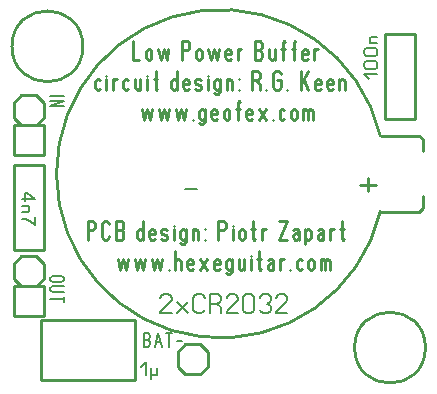
<source format=gbr>
%FSLAX34Y34*%
%MOMM*%
%LNSILK_TOP*%
G71*
G01*
%ADD10C,0.260*%
%ADD11C,0.200*%
%ADD12C,0.278*%
%ADD13C,0.206*%
%ADD14C,0.286*%
%LPD*%
G54D10*
G75*
G01X336822Y-140773D02*
G03X336822Y-204727I-135272J-31977D01*
G01*
G54D10*
X337550Y-140750D02*
X369550Y-140750D01*
X372550Y-143750D01*
X372550Y-153750D01*
G54D10*
X337550Y-204750D02*
X369550Y-204750D01*
X372550Y-201750D01*
X372550Y-191750D01*
G54D11*
X160150Y-290750D02*
X150550Y-290750D01*
X150550Y-289750D01*
X151750Y-287750D01*
X158950Y-281750D01*
X160150Y-279750D01*
X160150Y-277750D01*
X158950Y-275750D01*
X156550Y-274750D01*
X154150Y-274750D01*
X151750Y-275750D01*
X150550Y-277750D01*
G54D11*
X164550Y-281750D02*
X174150Y-290750D01*
G54D11*
X164550Y-290750D02*
X174150Y-281750D01*
G54D11*
X188150Y-287750D02*
X186950Y-289750D01*
X184550Y-290750D01*
X182150Y-290750D01*
X179750Y-289750D01*
X178550Y-287750D01*
X178550Y-277750D01*
X179750Y-275750D01*
X182150Y-274750D01*
X184550Y-274750D01*
X186950Y-275750D01*
X188150Y-277750D01*
G54D11*
X197350Y-282750D02*
X200950Y-284750D01*
X202150Y-286750D01*
X202150Y-290750D01*
G54D11*
X192550Y-290750D02*
X192550Y-274750D01*
X198550Y-274750D01*
X200950Y-275750D01*
X202150Y-277750D01*
X202150Y-279750D01*
X200950Y-281750D01*
X198550Y-282750D01*
X192550Y-282750D01*
G54D11*
X216150Y-290750D02*
X206550Y-290750D01*
X206550Y-289750D01*
X207750Y-287750D01*
X214950Y-281750D01*
X216150Y-279750D01*
X216150Y-277750D01*
X214950Y-275750D01*
X212550Y-274750D01*
X210150Y-274750D01*
X207750Y-275750D01*
X206550Y-277750D01*
G54D11*
X230150Y-277750D02*
X230150Y-287750D01*
X228950Y-289750D01*
X226550Y-290750D01*
X224150Y-290750D01*
X221750Y-289750D01*
X220550Y-287750D01*
X220550Y-277750D01*
X221750Y-275750D01*
X224150Y-274750D01*
X226550Y-274750D01*
X228950Y-275750D01*
X230150Y-277750D01*
G54D11*
X234550Y-277750D02*
X235750Y-275750D01*
X238150Y-274750D01*
X240550Y-274750D01*
X242950Y-275750D01*
X244150Y-277750D01*
X244150Y-279750D01*
X242950Y-281750D01*
X240550Y-282750D01*
X242950Y-283750D01*
X244150Y-285750D01*
X244150Y-287750D01*
X242950Y-289750D01*
X240550Y-290750D01*
X238150Y-290750D01*
X235750Y-289750D01*
X234550Y-287750D01*
G54D11*
X258150Y-290750D02*
X248550Y-290750D01*
X248550Y-289750D01*
X249750Y-287750D01*
X256950Y-281750D01*
X258150Y-279750D01*
X258150Y-277750D01*
X256950Y-275750D01*
X254550Y-274750D01*
X252150Y-274750D01*
X249750Y-275750D01*
X248550Y-277750D01*
G54D12*
X319550Y-182028D02*
X332883Y-182028D01*
G54D12*
X326217Y-176472D02*
X326217Y-187583D01*
G54D11*
X171550Y-185750D02*
X181150Y-185750D01*
G54D10*
X366075Y-54525D02*
X340675Y-54525D01*
X340675Y-126125D01*
X366075Y-126125D01*
X366075Y-54525D01*
G54D13*
X327108Y-92267D02*
X322775Y-87934D01*
X334330Y-87934D01*
G54D13*
X324942Y-76957D02*
X332164Y-76957D01*
X333608Y-77823D01*
X334330Y-79557D01*
X334330Y-81290D01*
X333608Y-83023D01*
X332164Y-83890D01*
X324942Y-83890D01*
X323497Y-83023D01*
X322775Y-81290D01*
X322775Y-79557D01*
X323497Y-77823D01*
X324942Y-76957D01*
G54D13*
X324942Y-65980D02*
X332164Y-65980D01*
X333608Y-66846D01*
X334330Y-68580D01*
X334330Y-70313D01*
X333608Y-72046D01*
X332164Y-72913D01*
X324942Y-72913D01*
X323497Y-72046D01*
X322775Y-70313D01*
X322775Y-68580D01*
X323497Y-66846D01*
X324942Y-65980D01*
G54D13*
X334330Y-61936D02*
X327830Y-61936D01*
G54D13*
X329275Y-61936D02*
X328264Y-61069D01*
X327830Y-59336D01*
X328264Y-57603D01*
X329275Y-56736D01*
X334330Y-56736D01*
G54D10*
X49283Y-346980D02*
X49283Y-296980D01*
X129283Y-296980D01*
X129283Y-346980D01*
X49283Y-346980D01*
G54D13*
X134008Y-336233D02*
X138341Y-331899D01*
X138341Y-343455D01*
G54D13*
X142385Y-336955D02*
X142385Y-346344D01*
G54D13*
X147585Y-336955D02*
X147585Y-343455D01*
G54D13*
X147585Y-342011D02*
X146718Y-343166D01*
X144985Y-343455D01*
X143252Y-343166D01*
X142385Y-342010D01*
X142385Y-336955D01*
G54D10*
X26350Y-237250D02*
X51750Y-237250D01*
X51750Y-165650D01*
X26350Y-165650D01*
X26350Y-237250D01*
G54D13*
X33023Y-194320D02*
X44579Y-194320D01*
X37356Y-189120D01*
X35912Y-189120D01*
X35912Y-196053D01*
G54D13*
X33023Y-200097D02*
X39523Y-200097D01*
G54D13*
X38079Y-200097D02*
X39090Y-200963D01*
X39523Y-202697D01*
X39090Y-204430D01*
X38079Y-205297D01*
X33023Y-205297D01*
G54D13*
X44579Y-209341D02*
X44579Y-216274D01*
X43134Y-215407D01*
X40968Y-213674D01*
X38079Y-211941D01*
X35912Y-211074D01*
X33023Y-211074D01*
G54D10*
X32650Y-157000D02*
X26350Y-157050D01*
X26350Y-137900D01*
X26300Y-131600D01*
X51800Y-131600D01*
X51750Y-137900D01*
X51750Y-157050D01*
X45450Y-157000D01*
X32650Y-157000D01*
G54D10*
X32650Y-131600D02*
X26350Y-125300D01*
X26350Y-112500D01*
X32650Y-106200D01*
X45450Y-106200D01*
X51750Y-112500D01*
X51750Y-125300D01*
X45450Y-131600D01*
X32650Y-131600D01*
G54D10*
G75*
G01X84875Y-64925D02*
G03X84875Y-64925I-30000J0D01*
G01*
G54D10*
G75*
G01X374950Y-320000D02*
G03X374950Y-320000I-30000J0D01*
G01*
G54D10*
X32650Y-293525D02*
X26350Y-293575D01*
X26350Y-274425D01*
X26300Y-268125D01*
X51800Y-268125D01*
X51750Y-274425D01*
X51750Y-293575D01*
X45450Y-293525D01*
X32650Y-293525D01*
G54D10*
X32650Y-268125D02*
X26350Y-261825D01*
X26350Y-249025D01*
X32650Y-242725D01*
X45450Y-242725D01*
X51750Y-249025D01*
X51750Y-261825D01*
X45450Y-268125D01*
X32650Y-268125D01*
G54D13*
X66539Y-264127D02*
X59317Y-264127D01*
X57872Y-263549D01*
X57150Y-262394D01*
X57150Y-261238D01*
X57872Y-260083D01*
X59317Y-259505D01*
X66539Y-259505D01*
X67983Y-260083D01*
X68706Y-261238D01*
X68706Y-262394D01*
X67983Y-263549D01*
X66539Y-264127D01*
G54D13*
X68706Y-268171D02*
X59317Y-268171D01*
X57872Y-268749D01*
X57150Y-269904D01*
X57150Y-271060D01*
X57872Y-272215D01*
X59317Y-272793D01*
X68706Y-272793D01*
G54D13*
X57150Y-279148D02*
X68706Y-279148D01*
G54D13*
X68706Y-276837D02*
X68706Y-281459D01*
G54D13*
X57150Y-107105D02*
X68706Y-107105D01*
G54D13*
X57150Y-111149D02*
X68706Y-111149D01*
X57150Y-115771D01*
X68706Y-115771D01*
G54D14*
X127000Y-60200D02*
X127000Y-76200D01*
X132600Y-76200D01*
G54D14*
X143000Y-73800D02*
X143000Y-69800D01*
X142200Y-67800D01*
X140600Y-67200D01*
X139000Y-67800D01*
X138200Y-69800D01*
X138200Y-73800D01*
X139000Y-75800D01*
X140600Y-76200D01*
X142200Y-75800D01*
X143000Y-73800D01*
G54D14*
X148600Y-67200D02*
X151000Y-76200D01*
X153400Y-67200D01*
X155800Y-76200D01*
X157400Y-67200D01*
G54D14*
X168760Y-76200D02*
X168760Y-60200D01*
X172760Y-60200D01*
X174360Y-61200D01*
X175160Y-63200D01*
X175160Y-65200D01*
X174360Y-67200D01*
X172760Y-68200D01*
X168760Y-68200D01*
G54D14*
X185560Y-73800D02*
X185560Y-69800D01*
X184760Y-67800D01*
X183160Y-67200D01*
X181560Y-67800D01*
X180760Y-69800D01*
X180760Y-73800D01*
X181560Y-75800D01*
X183160Y-76200D01*
X184760Y-75800D01*
X185560Y-73800D01*
G54D14*
X191160Y-67200D02*
X193560Y-76200D01*
X195960Y-67200D01*
X198360Y-76200D01*
X199960Y-67200D01*
G54D14*
X210360Y-75200D02*
X209080Y-76200D01*
X207480Y-76200D01*
X205880Y-75200D01*
X205560Y-73200D01*
X205560Y-69800D01*
X206360Y-67800D01*
X207960Y-67200D01*
X209560Y-67800D01*
X210360Y-69200D01*
X210360Y-71200D01*
X205560Y-71200D01*
G54D14*
X215960Y-76200D02*
X215960Y-67200D01*
G54D14*
X215960Y-69200D02*
X217560Y-67200D01*
X219160Y-67200D01*
G54D14*
X230520Y-76200D02*
X230520Y-60200D01*
X234520Y-60200D01*
X236120Y-61200D01*
X236920Y-63200D01*
X236920Y-65200D01*
X236120Y-67200D01*
X234520Y-68200D01*
X236120Y-69200D01*
X236920Y-71200D01*
X236920Y-73200D01*
X236120Y-75200D01*
X234520Y-76200D01*
X230520Y-76200D01*
G54D14*
X230520Y-68200D02*
X234520Y-68200D01*
G54D14*
X247320Y-67200D02*
X247320Y-76200D01*
G54D14*
X247320Y-74200D02*
X246520Y-75800D01*
X244920Y-76200D01*
X243320Y-75800D01*
X242520Y-74200D01*
X242520Y-67200D01*
G54D14*
X254520Y-76200D02*
X254520Y-61200D01*
X255320Y-60200D01*
X256120Y-60800D01*
G54D14*
X252920Y-67200D02*
X256120Y-67200D01*
G54D14*
X263320Y-76200D02*
X263320Y-61200D01*
X264120Y-60200D01*
X264920Y-60800D01*
G54D14*
X261720Y-67200D02*
X264920Y-67200D01*
G54D14*
X275320Y-75200D02*
X274040Y-76200D01*
X272440Y-76200D01*
X270840Y-75200D01*
X270520Y-73200D01*
X270520Y-69800D01*
X271320Y-67800D01*
X272920Y-67200D01*
X274520Y-67800D01*
X275320Y-69200D01*
X275320Y-71200D01*
X270520Y-71200D01*
G54D14*
X280920Y-76200D02*
X280920Y-67200D01*
G54D14*
X280920Y-69200D02*
X282520Y-67200D01*
X284120Y-67200D01*
G54D14*
X99250Y-93200D02*
X97650Y-92600D01*
X96050Y-93200D01*
X95250Y-95200D01*
X95250Y-99200D01*
X96050Y-101200D01*
X97650Y-101600D01*
X99250Y-101200D01*
G54D14*
X104850Y-101600D02*
X104850Y-92600D01*
G54D14*
X104850Y-89600D02*
X104850Y-89600D01*
G54D14*
X110450Y-101600D02*
X110450Y-92600D01*
G54D14*
X110450Y-94600D02*
X112050Y-92600D01*
X113650Y-92600D01*
G54D14*
X123250Y-93200D02*
X121650Y-92600D01*
X120050Y-93200D01*
X119250Y-95200D01*
X119250Y-99200D01*
X120050Y-101200D01*
X121650Y-101600D01*
X123250Y-101200D01*
G54D14*
X133650Y-92600D02*
X133650Y-101600D01*
G54D14*
X133650Y-99600D02*
X132850Y-101200D01*
X131250Y-101600D01*
X129650Y-101200D01*
X128850Y-99600D01*
X128850Y-92600D01*
G54D14*
X139250Y-101600D02*
X139250Y-92600D01*
G54D14*
X139250Y-89600D02*
X139250Y-89600D01*
G54D14*
X146450Y-85600D02*
X146450Y-100600D01*
X147250Y-101600D01*
X148050Y-101200D01*
G54D14*
X144850Y-92600D02*
X148050Y-92600D01*
G54D14*
X164210Y-101600D02*
X164210Y-85600D01*
G54D14*
X164210Y-95200D02*
X163410Y-93200D01*
X161810Y-92600D01*
X160210Y-93200D01*
X159410Y-95200D01*
X159410Y-99200D01*
X160210Y-101200D01*
X161810Y-101600D01*
X163410Y-101200D01*
X164210Y-99200D01*
G54D14*
X174610Y-100600D02*
X173330Y-101600D01*
X171730Y-101600D01*
X170130Y-100600D01*
X169810Y-98600D01*
X169810Y-95200D01*
X170610Y-93200D01*
X172210Y-92600D01*
X173810Y-93200D01*
X174610Y-94600D01*
X174610Y-96600D01*
X169810Y-96600D01*
G54D14*
X180210Y-100600D02*
X181810Y-101600D01*
X183410Y-101600D01*
X185010Y-100600D01*
X185010Y-98600D01*
X184210Y-97600D01*
X181010Y-96600D01*
X180210Y-95600D01*
X180210Y-93600D01*
X181810Y-92600D01*
X183410Y-92600D01*
X185010Y-93600D01*
G54D14*
X190610Y-101600D02*
X190610Y-92600D01*
G54D14*
X190610Y-89600D02*
X190610Y-89600D01*
G54D14*
X196210Y-104600D02*
X197810Y-105600D01*
X198930Y-105600D01*
X200530Y-104600D01*
X201010Y-102600D01*
X201010Y-92600D01*
G54D14*
X201010Y-95200D02*
X200210Y-93200D01*
X198610Y-92600D01*
X197010Y-93200D01*
X196210Y-95200D01*
X196210Y-99200D01*
X197010Y-101200D01*
X198610Y-101600D01*
X200210Y-101200D01*
X201010Y-99200D01*
G54D14*
X206610Y-101600D02*
X206610Y-92600D01*
G54D14*
X206610Y-94600D02*
X207410Y-93200D01*
X209010Y-92600D01*
X210610Y-93200D01*
X211410Y-94600D01*
X211410Y-101600D01*
G54D14*
X217010Y-101600D02*
X217010Y-101600D01*
G54D14*
X217010Y-92600D02*
X217010Y-92600D01*
G54D14*
X231570Y-93600D02*
X233970Y-95600D01*
X234770Y-97600D01*
X234770Y-101600D01*
G54D14*
X228370Y-101600D02*
X228370Y-85600D01*
X232370Y-85600D01*
X233970Y-86600D01*
X234770Y-88600D01*
X234770Y-90600D01*
X233970Y-92600D01*
X232370Y-93600D01*
X228370Y-93600D01*
G54D14*
X240370Y-101600D02*
X240370Y-101600D01*
G54D14*
X249170Y-93600D02*
X252370Y-93600D01*
X252370Y-98600D01*
X251570Y-100600D01*
X249970Y-101600D01*
X248370Y-101600D01*
X246770Y-100600D01*
X245970Y-98600D01*
X245970Y-88600D01*
X246770Y-86600D01*
X248370Y-85600D01*
X249970Y-85600D01*
X251570Y-86600D01*
X252370Y-88600D01*
G54D14*
X257970Y-101600D02*
X257970Y-101600D01*
G54D14*
X269330Y-101600D02*
X269330Y-85600D01*
G54D14*
X269330Y-96600D02*
X275730Y-85600D01*
G54D14*
X271730Y-93600D02*
X275730Y-101600D01*
G54D14*
X286130Y-100600D02*
X284850Y-101600D01*
X283250Y-101600D01*
X281650Y-100600D01*
X281330Y-98600D01*
X281330Y-95200D01*
X282130Y-93200D01*
X283730Y-92600D01*
X285330Y-93200D01*
X286130Y-94600D01*
X286130Y-96600D01*
X281330Y-96600D01*
G54D14*
X296530Y-100600D02*
X295250Y-101600D01*
X293650Y-101600D01*
X292050Y-100600D01*
X291730Y-98600D01*
X291730Y-95200D01*
X292530Y-93200D01*
X294130Y-92600D01*
X295730Y-93200D01*
X296530Y-94600D01*
X296530Y-96600D01*
X291730Y-96600D01*
G54D14*
X302130Y-101600D02*
X302130Y-92600D01*
G54D14*
X302130Y-94600D02*
X302930Y-93200D01*
X304530Y-92600D01*
X306130Y-93200D01*
X306930Y-94600D01*
X306930Y-101600D01*
G54D14*
X88900Y-228600D02*
X88900Y-212600D01*
X92900Y-212600D01*
X94500Y-213600D01*
X95300Y-215600D01*
X95300Y-217600D01*
X94500Y-219600D01*
X92900Y-220600D01*
X88900Y-220600D01*
G54D14*
X107300Y-225600D02*
X106500Y-227600D01*
X104900Y-228600D01*
X103300Y-228600D01*
X101700Y-227600D01*
X100900Y-225600D01*
X100900Y-215600D01*
X101700Y-213600D01*
X103300Y-212600D01*
X104900Y-212600D01*
X106500Y-213600D01*
X107300Y-215600D01*
G54D14*
X112900Y-228600D02*
X112900Y-212600D01*
X116900Y-212600D01*
X118500Y-213600D01*
X119300Y-215600D01*
X119300Y-217600D01*
X118500Y-219600D01*
X116900Y-220600D01*
X118500Y-221600D01*
X119300Y-223600D01*
X119300Y-225600D01*
X118500Y-227600D01*
X116900Y-228600D01*
X112900Y-228600D01*
G54D14*
X112900Y-220600D02*
X116900Y-220600D01*
G54D14*
X135460Y-228600D02*
X135460Y-212600D01*
G54D14*
X135460Y-222200D02*
X134660Y-220200D01*
X133060Y-219600D01*
X131460Y-220200D01*
X130660Y-222200D01*
X130660Y-226200D01*
X131460Y-228200D01*
X133060Y-228600D01*
X134660Y-228200D01*
X135460Y-226200D01*
G54D14*
X145860Y-227600D02*
X144580Y-228600D01*
X142980Y-228600D01*
X141380Y-227600D01*
X141060Y-225600D01*
X141060Y-222200D01*
X141860Y-220200D01*
X143460Y-219600D01*
X145060Y-220200D01*
X145860Y-221600D01*
X145860Y-223600D01*
X141060Y-223600D01*
G54D14*
X151460Y-227600D02*
X153060Y-228600D01*
X154660Y-228600D01*
X156260Y-227600D01*
X156260Y-225600D01*
X155460Y-224600D01*
X152260Y-223600D01*
X151460Y-222600D01*
X151460Y-220600D01*
X153060Y-219600D01*
X154660Y-219600D01*
X156260Y-220600D01*
G54D14*
X161860Y-228600D02*
X161860Y-219600D01*
G54D14*
X161860Y-216600D02*
X161860Y-216600D01*
G54D14*
X167460Y-231600D02*
X169060Y-232600D01*
X170180Y-232600D01*
X171780Y-231600D01*
X172260Y-229600D01*
X172260Y-219600D01*
G54D14*
X172260Y-222200D02*
X171460Y-220200D01*
X169860Y-219600D01*
X168260Y-220200D01*
X167460Y-222200D01*
X167460Y-226200D01*
X168260Y-228200D01*
X169860Y-228600D01*
X171460Y-228200D01*
X172260Y-226200D01*
G54D14*
X177860Y-228600D02*
X177860Y-219600D01*
G54D14*
X177860Y-221600D02*
X178660Y-220200D01*
X180260Y-219600D01*
X181860Y-220200D01*
X182660Y-221600D01*
X182660Y-228600D01*
G54D14*
X188260Y-228600D02*
X188260Y-228600D01*
G54D14*
X188260Y-219600D02*
X188260Y-219600D01*
G54D14*
X199620Y-228600D02*
X199620Y-212600D01*
X203620Y-212600D01*
X205220Y-213600D01*
X206020Y-215600D01*
X206020Y-217600D01*
X205220Y-219600D01*
X203620Y-220600D01*
X199620Y-220600D01*
G54D14*
X211620Y-228600D02*
X211620Y-219600D01*
G54D14*
X211620Y-216600D02*
X211620Y-216600D01*
G54D14*
X222020Y-226200D02*
X222020Y-222200D01*
X221220Y-220200D01*
X219620Y-219600D01*
X218020Y-220200D01*
X217220Y-222200D01*
X217220Y-226200D01*
X218020Y-228200D01*
X219620Y-228600D01*
X221220Y-228200D01*
X222020Y-226200D01*
G54D14*
X229220Y-212600D02*
X229220Y-227600D01*
X230020Y-228600D01*
X230820Y-228200D01*
G54D14*
X227620Y-219600D02*
X230820Y-219600D01*
G54D14*
X236420Y-228600D02*
X236420Y-219600D01*
G54D14*
X236420Y-221600D02*
X238020Y-219600D01*
X239620Y-219600D01*
G54D14*
X250980Y-212600D02*
X257380Y-212600D01*
X250980Y-228600D01*
X257380Y-228600D01*
G54D14*
X262980Y-220600D02*
X264580Y-219600D01*
X266500Y-219600D01*
X267780Y-221600D01*
X267780Y-228600D01*
G54D14*
X267780Y-225600D02*
X266980Y-223600D01*
X265380Y-223200D01*
X263780Y-223600D01*
X262980Y-225600D01*
X263300Y-227600D01*
X264580Y-228600D01*
X265380Y-228600D01*
X265700Y-228600D01*
X266980Y-227600D01*
X267780Y-225600D01*
G54D14*
X273380Y-219600D02*
X273380Y-232600D01*
G54D14*
X273380Y-225600D02*
X274180Y-228200D01*
X275780Y-228600D01*
X277380Y-228200D01*
X278180Y-226200D01*
X278180Y-222200D01*
X277380Y-220200D01*
X275780Y-219600D01*
X274180Y-220200D01*
X273380Y-222600D01*
G54D14*
X283780Y-220600D02*
X285380Y-219600D01*
X287300Y-219600D01*
X288580Y-221600D01*
X288580Y-228600D01*
G54D14*
X288580Y-225600D02*
X287780Y-223600D01*
X286180Y-223200D01*
X284580Y-223600D01*
X283780Y-225600D01*
X284100Y-227600D01*
X285380Y-228600D01*
X286180Y-228600D01*
X286500Y-228600D01*
X287780Y-227600D01*
X288580Y-225600D01*
G54D14*
X294180Y-228600D02*
X294180Y-219600D01*
G54D14*
X294180Y-221600D02*
X295780Y-219600D01*
X297380Y-219600D01*
G54D14*
X304580Y-212600D02*
X304580Y-227600D01*
X305380Y-228600D01*
X306180Y-228200D01*
G54D14*
X302980Y-219600D02*
X306180Y-219600D01*
G54D14*
X134620Y-118000D02*
X137020Y-127000D01*
X139420Y-118000D01*
X141820Y-127000D01*
X143420Y-118000D01*
G54D14*
X149020Y-118000D02*
X151420Y-127000D01*
X153820Y-118000D01*
X156220Y-127000D01*
X157820Y-118000D01*
G54D14*
X163420Y-118000D02*
X165820Y-127000D01*
X168220Y-118000D01*
X170620Y-127000D01*
X172220Y-118000D01*
G54D14*
X177820Y-127000D02*
X177820Y-127000D01*
G54D14*
X183420Y-130000D02*
X185020Y-131000D01*
X186140Y-131000D01*
X187740Y-130000D01*
X188220Y-128000D01*
X188220Y-118000D01*
G54D14*
X188220Y-120600D02*
X187420Y-118600D01*
X185820Y-118000D01*
X184220Y-118600D01*
X183420Y-120600D01*
X183420Y-124600D01*
X184220Y-126600D01*
X185820Y-127000D01*
X187420Y-126600D01*
X188220Y-124600D01*
G54D14*
X198620Y-126000D02*
X197340Y-127000D01*
X195740Y-127000D01*
X194140Y-126000D01*
X193820Y-124000D01*
X193820Y-120600D01*
X194620Y-118600D01*
X196220Y-118000D01*
X197820Y-118600D01*
X198620Y-120000D01*
X198620Y-122000D01*
X193820Y-122000D01*
G54D14*
X209020Y-124600D02*
X209020Y-120600D01*
X208220Y-118600D01*
X206620Y-118000D01*
X205020Y-118600D01*
X204220Y-120600D01*
X204220Y-124600D01*
X205020Y-126600D01*
X206620Y-127000D01*
X208220Y-126600D01*
X209020Y-124600D01*
G54D14*
X216220Y-127000D02*
X216220Y-112000D01*
X217020Y-111000D01*
X217820Y-111600D01*
G54D14*
X214620Y-118000D02*
X217820Y-118000D01*
G54D14*
X228220Y-126000D02*
X226940Y-127000D01*
X225340Y-127000D01*
X223740Y-126000D01*
X223420Y-124000D01*
X223420Y-120600D01*
X224220Y-118600D01*
X225820Y-118000D01*
X227420Y-118600D01*
X228220Y-120000D01*
X228220Y-122000D01*
X223420Y-122000D01*
G54D14*
X233820Y-118000D02*
X240220Y-127000D01*
G54D14*
X233820Y-127000D02*
X240220Y-118000D01*
G54D14*
X245820Y-127000D02*
X245820Y-127000D01*
G54D14*
X255420Y-118600D02*
X253820Y-118000D01*
X252220Y-118600D01*
X251420Y-120600D01*
X251420Y-124600D01*
X252220Y-126600D01*
X253820Y-127000D01*
X255420Y-126600D01*
G54D14*
X265820Y-124600D02*
X265820Y-120600D01*
X265020Y-118600D01*
X263420Y-118000D01*
X261820Y-118600D01*
X261020Y-120600D01*
X261020Y-124600D01*
X261820Y-126600D01*
X263420Y-127000D01*
X265020Y-126600D01*
X265820Y-124600D01*
G54D14*
X271420Y-127000D02*
X271420Y-118000D01*
G54D14*
X271420Y-119600D02*
X273020Y-118000D01*
X274620Y-118600D01*
X275420Y-120000D01*
X275420Y-127000D01*
G54D14*
X275420Y-119600D02*
X277020Y-118000D01*
X278620Y-118600D01*
X279420Y-120000D01*
X279420Y-127000D01*
G54D14*
X114300Y-245000D02*
X116700Y-254000D01*
X119100Y-245000D01*
X121500Y-254000D01*
X123100Y-245000D01*
G54D14*
X128700Y-245000D02*
X131100Y-254000D01*
X133500Y-245000D01*
X135900Y-254000D01*
X137500Y-245000D01*
G54D14*
X143100Y-245000D02*
X145500Y-254000D01*
X147900Y-245000D01*
X150300Y-254000D01*
X151900Y-245000D01*
G54D14*
X157500Y-254000D02*
X157500Y-254000D01*
G54D14*
X163100Y-254000D02*
X163100Y-238000D01*
G54D14*
X163100Y-247600D02*
X163900Y-245600D01*
X165500Y-245000D01*
X167100Y-245600D01*
X167900Y-247600D01*
X167900Y-254000D01*
G54D14*
X178300Y-253000D02*
X177020Y-254000D01*
X175420Y-254000D01*
X173820Y-253000D01*
X173500Y-251000D01*
X173500Y-247600D01*
X174300Y-245600D01*
X175900Y-245000D01*
X177500Y-245600D01*
X178300Y-247000D01*
X178300Y-249000D01*
X173500Y-249000D01*
G54D14*
X183900Y-245000D02*
X190300Y-254000D01*
G54D14*
X183900Y-254000D02*
X190300Y-245000D01*
G54D14*
X200700Y-253000D02*
X199420Y-254000D01*
X197820Y-254000D01*
X196220Y-253000D01*
X195900Y-251000D01*
X195900Y-247600D01*
X196700Y-245600D01*
X198300Y-245000D01*
X199900Y-245600D01*
X200700Y-247000D01*
X200700Y-249000D01*
X195900Y-249000D01*
G54D14*
X206300Y-257000D02*
X207900Y-258000D01*
X209020Y-258000D01*
X210620Y-257000D01*
X211100Y-255000D01*
X211100Y-245000D01*
G54D14*
X211100Y-247600D02*
X210300Y-245600D01*
X208700Y-245000D01*
X207100Y-245600D01*
X206300Y-247600D01*
X206300Y-251600D01*
X207100Y-253600D01*
X208700Y-254000D01*
X210300Y-253600D01*
X211100Y-251600D01*
G54D14*
X221500Y-245000D02*
X221500Y-254000D01*
G54D14*
X221500Y-252000D02*
X220700Y-253600D01*
X219100Y-254000D01*
X217500Y-253600D01*
X216700Y-252000D01*
X216700Y-245000D01*
G54D14*
X227100Y-254000D02*
X227100Y-245000D01*
G54D14*
X227100Y-242000D02*
X227100Y-242000D01*
G54D14*
X234300Y-238000D02*
X234300Y-253000D01*
X235100Y-254000D01*
X235900Y-253600D01*
G54D14*
X232700Y-245000D02*
X235900Y-245000D01*
G54D14*
X241500Y-246000D02*
X243100Y-245000D01*
X245020Y-245000D01*
X246300Y-247000D01*
X246300Y-254000D01*
G54D14*
X246300Y-251000D02*
X245500Y-249000D01*
X243900Y-248600D01*
X242300Y-249000D01*
X241500Y-251000D01*
X241820Y-253000D01*
X243100Y-254000D01*
X243900Y-254000D01*
X244220Y-254000D01*
X245500Y-253000D01*
X246300Y-251000D01*
G54D14*
X251900Y-254000D02*
X251900Y-245000D01*
G54D14*
X251900Y-247000D02*
X253500Y-245000D01*
X255100Y-245000D01*
G54D14*
X260700Y-254000D02*
X260700Y-254000D01*
G54D14*
X270300Y-245600D02*
X268700Y-245000D01*
X267100Y-245600D01*
X266300Y-247600D01*
X266300Y-251600D01*
X267100Y-253600D01*
X268700Y-254000D01*
X270300Y-253600D01*
G54D14*
X280700Y-251600D02*
X280700Y-247600D01*
X279900Y-245600D01*
X278300Y-245000D01*
X276700Y-245600D01*
X275900Y-247600D01*
X275900Y-251600D01*
X276700Y-253600D01*
X278300Y-254000D01*
X279900Y-253600D01*
X280700Y-251600D01*
G54D14*
X286300Y-254000D02*
X286300Y-245000D01*
G54D14*
X286300Y-246600D02*
X287900Y-245000D01*
X289500Y-245600D01*
X290300Y-247000D01*
X290300Y-254000D01*
G54D14*
X290300Y-246600D02*
X291900Y-245000D01*
X293500Y-245600D01*
X294300Y-247000D01*
X294300Y-254000D01*
G54D10*
X171650Y-342625D02*
X165350Y-336325D01*
X165350Y-323525D01*
X171650Y-317225D01*
X184450Y-317225D01*
X190750Y-323525D01*
X190750Y-336325D01*
X184450Y-342625D01*
X171650Y-342625D01*
G54D13*
X137094Y-319139D02*
X137094Y-307583D01*
X139983Y-307583D01*
X141138Y-308306D01*
X141716Y-309750D01*
X141716Y-311194D01*
X141138Y-312639D01*
X139983Y-313361D01*
X141138Y-314083D01*
X141716Y-315528D01*
X141716Y-316972D01*
X141138Y-318417D01*
X139983Y-319139D01*
X137094Y-319139D01*
G54D13*
X137094Y-313361D02*
X139983Y-313361D01*
G54D13*
X145760Y-319139D02*
X148649Y-307583D01*
X151537Y-319139D01*
G54D13*
X146915Y-314806D02*
X150382Y-314806D01*
G54D13*
X157893Y-319139D02*
X157893Y-307583D01*
G54D13*
X155582Y-307583D02*
X160204Y-307583D01*
G54D13*
X164248Y-314083D02*
X168870Y-314083D01*
M02*

</source>
